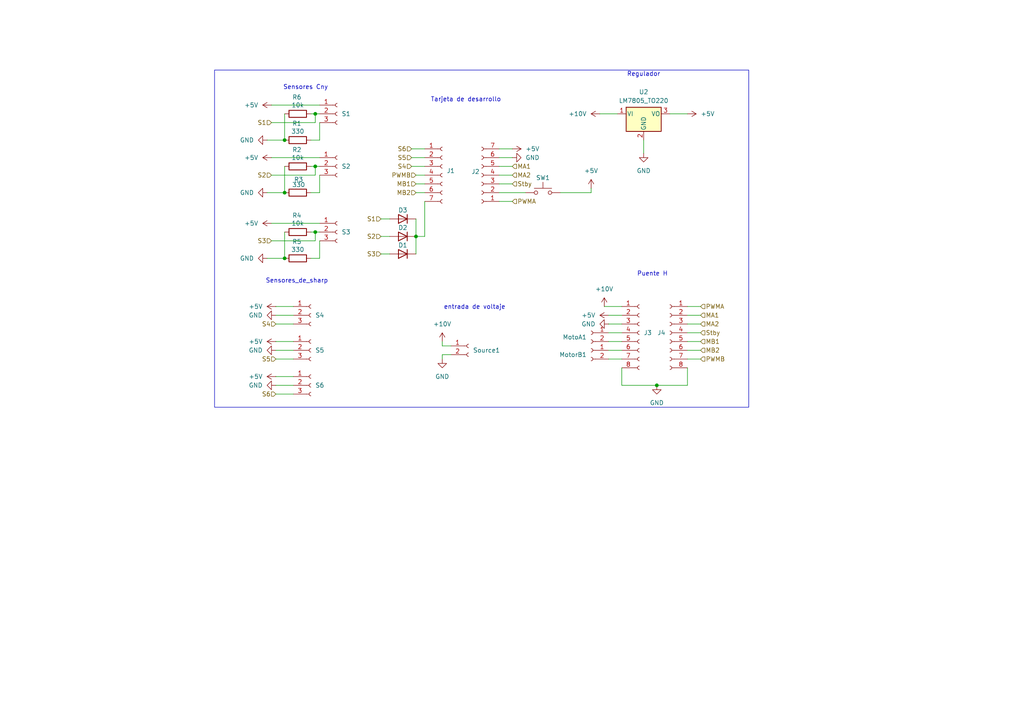
<source format=kicad_sch>
(kicad_sch (version 20250114) (generator "eeschema") (generator_version "9.0")
  (paper "A4")
  (lib_symbols
    (symbol "Connector:Conn_01x02_Socket" (pin_names (offset 1.016) (hide yes))
      (property "Reference" "J" (at 0 2.54 0))
      (property "Value" "Conn_01x02_Socket" (at 0 -5.08 0))
      (symbol "Conn_01x02_Socket_1_1"
        (polyline (pts (xy -1.27 0) (xy -0.508 0)) (stroke (width 0.1524)))
        (polyline (pts (xy -1.27 -2.54) (xy -0.508 -2.54)) (stroke (width 0.1524)))
        (arc (start 0 -0.508) (mid -0.5058 0) (end 0 0.508) (stroke (width 0.1524)))
        (arc (start 0 -3.048) (mid -0.5058 -2.54) (end 0 -2.032) (stroke (width 0.1524)))
        (pin passive line (at -5.08 0 0) (length 3.81) (name "Pin_1") (number "1"))
        (pin passive line (at -5.08 -2.54 0) (length 3.81) (name "Pin_2") (number "2"))
      )
    )
    (symbol "Connector:Conn_01x03_Socket" (pin_names (offset 1.016) (hide yes))
      (property "Reference" "J" (at 0 5.08 0))
      (property "Value" "Conn_01x03_Socket" (at 0 -5.08 0))
      (symbol "Conn_01x03_Socket_1_1"
        (polyline (pts (xy -1.27 2.54) (xy -0.508 2.54)) (stroke (width 0.1524)))
        (polyline (pts (xy -1.27 0) (xy -0.508 0)) (stroke (width 0.1524)))
        (polyline (pts (xy -1.27 -2.54) (xy -0.508 -2.54)) (stroke (width 0.1524)))
        (arc (start 0 2.032) (mid -0.5058 2.54) (end 0 3.048) (stroke (width 0.1524)))
        (arc (start 0 -0.508) (mid -0.5058 0) (end 0 0.508) (stroke (width 0.1524)))
        (arc (start 0 -3.048) (mid -0.5058 -2.54) (end 0 -2.032) (stroke (width 0.1524)))
        (pin passive line (at -5.08 2.54 0) (length 3.81) (name "Pin_1") (number "1"))
        (pin passive line (at -5.08 0 0) (length 3.81) (name "Pin_2") (number "2"))
        (pin passive line (at -5.08 -2.54 0) (length 3.81) (name "Pin_3") (number "3"))
      )
    )
    (symbol "Connector:Conn_01x07_Socket" (pin_names (offset 1.016) (hide yes))
      (property "Reference" "J" (at 0 10.16 0))
      (property "Value" "Conn_01x07_Socket" (at 0 -10.16 0))
      (symbol "Conn_01x07_Socket_1_1"
        (polyline (pts (xy -1.27 7.62) (xy -0.508 7.62)) (stroke (width 0.1524)))
        (polyline (pts (xy -1.27 5.08) (xy -0.508 5.08)) (stroke (width 0.1524)))
        (polyline (pts (xy -1.27 2.54) (xy -0.508 2.54)) (stroke (width 0.1524)))
        (polyline (pts (xy -1.27 0) (xy -0.508 0)) (stroke (width 0.1524)))
        (polyline (pts (xy -1.27 -2.54) (xy -0.508 -2.54)) (stroke (width 0.1524)))
        (polyline (pts (xy -1.27 -5.08) (xy -0.508 -5.08)) (stroke (width 0.1524)))
        (polyline (pts (xy -1.27 -7.62) (xy -0.508 -7.62)) (stroke (width 0.1524)))
        (arc (start 0 7.112) (mid -0.5058 7.62) (end 0 8.128) (stroke (width 0.1524)))
        (arc (start 0 4.572) (mid -0.5058 5.08) (end 0 5.588) (stroke (width 0.1524)))
        (arc (start 0 2.032) (mid -0.5058 2.54) (end 0 3.048) (stroke (width 0.1524)))
        (arc (start 0 -0.508) (mid -0.5058 0) (end 0 0.508) (stroke (width 0.1524)))
        (arc (start 0 -3.048) (mid -0.5058 -2.54) (end 0 -2.032) (stroke (width 0.1524)))
        (arc (start 0 -5.588) (mid -0.5058 -5.08) (end 0 -4.572) (stroke (width 0.1524)))
        (arc (start 0 -8.128) (mid -0.5058 -7.62) (end 0 -7.112) (stroke (width 0.1524)))
        (pin passive line (at -5.08 7.62 0) (length 3.81) (name "Pin_1") (number "1"))
        (pin passive line (at -5.08 5.08 0) (length 3.81) (name "Pin_2") (number "2"))
        (pin passive line (at -5.08 2.54 0) (length 3.81) (name "Pin_3") (number "3"))
        (pin passive line (at -5.08 0 0) (length 3.81) (name "Pin_4") (number "4"))
        (pin passive line (at -5.08 -2.54 0) (length 3.81) (name "Pin_5") (number "5"))
        (pin passive line (at -5.08 -5.08 0) (length 3.81) (name "Pin_6") (number "6"))
        (pin passive line (at -5.08 -7.62 0) (length 3.81) (name "Pin_7") (number "7"))
      )
    )
    (symbol "Connector:Conn_01x08_Socket" (pin_names (offset 1.016) (hide yes))
      (property "Reference" "J" (at 0 10.16 0))
      (property "Value" "Conn_01x08_Socket" (at 0 -12.7 0))
      (symbol "Conn_01x08_Socket_1_1"
        (polyline (pts (xy -1.27 7.62) (xy -0.508 7.62)) (stroke (width 0.1524)))
        (polyline (pts (xy -1.27 5.08) (xy -0.508 5.08)) (stroke (width 0.1524)))
        (polyline (pts (xy -1.27 2.54) (xy -0.508 2.54)) (stroke (width 0.1524)))
        (polyline (pts (xy -1.27 0) (xy -0.508 0)) (stroke (width 0.1524)))
        (polyline (pts (xy -1.27 -2.54) (xy -0.508 -2.54)) (stroke (width 0.1524)))
        (polyline (pts (xy -1.27 -5.08) (xy -0.508 -5.08)) (stroke (width 0.1524)))
        (polyline (pts (xy -1.27 -7.62) (xy -0.508 -7.62)) (stroke (width 0.1524)))
        (polyline (pts (xy -1.27 -10.16) (xy -0.508 -10.16)) (stroke (width 0.1524)))
        (arc (start 0 7.112) (mid -0.5058 7.62) (end 0 8.128) (stroke (width 0.1524)))
        (arc (start 0 4.572) (mid -0.5058 5.08) (end 0 5.588) (stroke (width 0.1524)))
        (arc (start 0 2.032) (mid -0.5058 2.54) (end 0 3.048) (stroke (width 0.1524)))
        (arc (start 0 -0.508) (mid -0.5058 0) (end 0 0.508) (stroke (width 0.1524)))
        (arc (start 0 -3.048) (mid -0.5058 -2.54) (end 0 -2.032) (stroke (width 0.1524)))
        (arc (start 0 -5.588) (mid -0.5058 -5.08) (end 0 -4.572) (stroke (width 0.1524)))
        (arc (start 0 -8.128) (mid -0.5058 -7.62) (end 0 -7.112) (stroke (width 0.1524)))
        (arc (start 0 -10.668) (mid -0.5058 -10.16) (end 0 -9.652) (stroke (width 0.1524)))
        (pin passive line (at -5.08 7.62 0) (length 3.81) (name "Pin_1") (number "1"))
        (pin passive line (at -5.08 5.08 0) (length 3.81) (name "Pin_2") (number "2"))
        (pin passive line (at -5.08 2.54 0) (length 3.81) (name "Pin_3") (number "3"))
        (pin passive line (at -5.08 0 0) (length 3.81) (name "Pin_4") (number "4"))
        (pin passive line (at -5.08 -2.54 0) (length 3.81) (name "Pin_5") (number "5"))
        (pin passive line (at -5.08 -5.08 0) (length 3.81) (name "Pin_6") (number "6"))
        (pin passive line (at -5.08 -7.62 0) (length 3.81) (name "Pin_7") (number "7"))
        (pin passive line (at -5.08 -10.16 0) (length 3.81) (name "Pin_8") (number "8"))
      )
    )
    (symbol "Device:R" (pin_numbers (hide yes)) (pin_names (offset 0))
      (property "Reference" "R" (at 2.032 0 90))
      (property "Value" "R" (at 0 0 90))
      (symbol "R_0_1"
        (rectangle (start -1.016 -2.54) (end 1.016 2.54) (stroke (width 0.254)))
      )
      (symbol "R_1_1"
        (pin passive line (at 0 3.81 270) (length 1.27) (name "~") (number "1"))
        (pin passive line (at 0 -3.81 90) (length 1.27) (name "~") (number "2"))
      )
    )
    (symbol "Diode:1N4001" (pin_numbers (hide yes)) (pin_names (hide yes))
      (property "Reference" "D" (at 0 2.54 0))
      (property "Value" "1N4001" (at 0 -2.54 0))
      (symbol "1N4001_0_1"
        (polyline (pts (xy -1.27 1.27) (xy -1.27 -1.27)) (stroke (width 0.254)))
        (polyline (pts (xy 1.27 1.27) (xy 1.27 -1.27) (xy -1.27 0) (xy 1.27 1.27)) (stroke (width 0.254)))
        (polyline (pts (xy 1.27 0) (xy -1.27 0)))
      )
      (symbol "1N4001_1_1"
        (pin passive line (at -3.81 0 0) (length 2.54) (name "K") (number "1"))
        (pin passive line (at 3.81 0 180) (length 2.54) (name "A") (number "2"))
      )
    )
    (symbol "Regulator_Linear:LM7805_TO220" (pin_names (offset 0.254))
      (property "Reference" "U" (at -3.81 3.175 0))
      (property "Value" "LM7805_TO220" (at 0 3.175 0))
      (symbol "LM7805_TO220_0_1"
        (rectangle (start -5.08 1.905) (end 5.08 -5.08) (stroke (width 0.254)) (fill (type background)))
      )
      (symbol "LM7805_TO220_1_1"
        (pin power_in line (at -7.62 0 0) (length 2.54) (name "VI") (number "1"))
        (pin power_in line (at 0 -7.62 90) (length 2.54) (name "GND") (number "2"))
        (pin power_out line (at 7.62 0 180) (length 2.54) (name "VO") (number "3"))
      )
    )
    (symbol "Switch:SW_Push" (pin_numbers (hide yes)) (pin_names (offset 1.016) (hide yes))
      (property "Reference" "SW" (at 1.27 2.54 0))
      (property "Value" "SW_Push" (at 0 -1.524 0))
      (symbol "SW_Push_0_1"
        (circle (center -2.032 0) (radius 0.508))
        (polyline (pts (xy 0 1.27) (xy 0 3.048)))
        (circle (center 2.032 0) (radius 0.508))
        (polyline (pts (xy 2.54 1.27) (xy -2.54 1.27)))
        (pin passive line (at -5.08 0 0) (length 2.54) (name "1") (number "1"))
        (pin passive line (at 5.08 0 180) (length 2.54) (name "2") (number "2"))
      )
    )
    (symbol "power:+10V" (power) (pin_numbers (hide yes)) (pin_names (offset 0) (hide yes))
      (property "Value" "+10V" (at 0 3.556 0))
      (symbol "+10V_0_1"
        (polyline (pts (xy -0.762 1.27) (xy 0 2.54)))
        (polyline (pts (xy 0 2.54) (xy 0.762 1.27)))
        (polyline (pts (xy 0 0) (xy 0 2.54)))
      )
      (symbol "+10V_1_1"
        (pin power_in line (at 0 0 90) (length 0) (name "~") (number "1"))
      )
    )
    (symbol "power:+5V" (power) (pin_numbers (hide yes)) (pin_names (offset 0) (hide yes))
      (property "Value" "+5V" (at 0 3.556 0))
      (symbol "+5V_0_1"
        (polyline (pts (xy -0.762 1.27) (xy 0 2.54)))
        (polyline (pts (xy 0 2.54) (xy 0.762 1.27)))
        (polyline (pts (xy 0 0) (xy 0 2.54)))
      )
      (symbol "+5V_1_1"
        (pin power_in line (at 0 0 90) (length 0) (name "~") (number "1"))
      )
    )
    (symbol "power:GND" (power) (pin_numbers (hide yes)) (pin_names (offset 0) (hide yes))
      (property "Value" "GND" (at 0 -3.81 0))
      (symbol "GND_0_1"
        (polyline (pts (xy 0 0) (xy 0 -1.27) (xy 1.27 -1.27) (xy 0 -2.54) (xy -1.27 -1.27) (xy 0 -1.27)))
      )
      (symbol "GND_1_1"
        (pin power_in line (at 0 0 270) (length 0) (name "~") (number "1"))
      )
    )
  )
  (rectangle (start 62.23 20.32) (end 217.17 118.11))
  (text "Sensores_de_sharp\n" (at 86.106 81.534 0) (effects (font (size 1.27 1.27))))
  (text "Regulador\n" (at 186.69 21.59 0) (effects (font (size 1.27 1.27))))
  (text "Sensores Cny\n" (at 88.646 25.4 0) (effects (font (size 1.27 1.27))))
  (text "Puente H" (at 189.23 79.502 0) (effects (font (size 1.27 1.27))))
  (text "Tarjeta de desarrollo" (at 135.128 28.956 0) (effects (font (size 1.27 1.27))))
  (text "entrada de voltaje\n" (at 137.668 89.154 0) (effects (font (size 1.27 1.27))))
  (junction (at 91.44 48.26))
  (junction (at 91.44 67.31))
  (junction (at 82.55 40.64))
  (junction (at 82.55 74.93))
  (junction (at 120.65 68.58))
  (junction (at 190.5 111.76))
  (junction (at 91.44 33.02))
  (junction (at 82.55 55.88))
  (wire (pts (xy 130.81 102.87) (xy 128.27 102.87)))
  (wire (pts (xy 92.71 55.88) (xy 90.17 55.88)))
  (wire (pts (xy 77.47 74.93) (xy 82.55 74.93)))
  (wire (pts (xy 120.65 68.58) (xy 120.65 73.66)))
  (wire (pts (xy 77.47 55.88) (xy 82.55 55.88)))
  (wire (pts (xy 90.17 48.26) (xy 91.44 48.26)))
  (wire (pts (xy 78.74 69.85) (xy 91.44 69.85)))
  (wire (pts (xy 80.01 99.06) (xy 85.09 99.06)))
  (wire (pts (xy 119.38 45.72) (xy 123.19 45.72)))
  (wire (pts (xy 199.39 106.68) (xy 199.39 111.76)))
  (wire (pts (xy 91.44 33.02) (xy 92.71 33.02)))
  (wire (pts (xy 78.74 35.56) (xy 91.44 35.56)))
  (wire (pts (xy 119.38 43.18) (xy 123.19 43.18)))
  (wire (pts (xy 128.27 100.33) (xy 128.27 99.06)))
  (wire (pts (xy 92.71 50.8) (xy 92.71 55.88)))
  (wire (pts (xy 186.69 40.64) (xy 186.69 44.45)))
  (wire (pts (xy 82.55 33.02) (xy 82.55 40.64)))
  (wire (pts (xy 199.39 91.44) (xy 203.2 91.44)))
  (wire (pts (xy 173.99 33.02) (xy 179.07 33.02)))
  (wire (pts (xy 78.74 50.8) (xy 91.44 50.8)))
  (wire (pts (xy 190.5 111.76) (xy 180.34 111.76)))
  (wire (pts (xy 80.01 93.98) (xy 85.09 93.98)))
  (wire (pts (xy 110.49 63.5) (xy 113.03 63.5)))
  (wire (pts (xy 120.65 63.5) (xy 120.65 68.58)))
  (wire (pts (xy 119.38 48.26) (xy 123.19 48.26)))
  (wire (pts (xy 199.39 96.52) (xy 203.2 96.52)))
  (wire (pts (xy 78.74 64.77) (xy 92.71 64.77)))
  (wire (pts (xy 144.78 55.88) (xy 152.4 55.88)))
  (wire (pts (xy 144.78 45.72) (xy 148.59 45.72)))
  (wire (pts (xy 80.01 88.9) (xy 85.09 88.9)))
  (wire (pts (xy 80.01 91.44) (xy 85.09 91.44)))
  (wire (pts (xy 120.65 55.88) (xy 123.19 55.88)))
  (wire (pts (xy 90.17 33.02) (xy 91.44 33.02)))
  (wire (pts (xy 199.39 88.9) (xy 203.2 88.9)))
  (wire (pts (xy 120.65 50.8) (xy 123.19 50.8)))
  (wire (pts (xy 176.53 99.06) (xy 180.34 99.06)))
  (wire (pts (xy 110.49 68.58) (xy 113.03 68.58)))
  (wire (pts (xy 199.39 111.76) (xy 190.5 111.76)))
  (wire (pts (xy 144.78 48.26) (xy 148.59 48.26)))
  (wire (pts (xy 120.65 53.34) (xy 123.19 53.34)))
  (wire (pts (xy 144.78 58.42) (xy 148.59 58.42)))
  (wire (pts (xy 80.01 114.3) (xy 85.09 114.3)))
  (wire (pts (xy 78.74 30.48) (xy 92.71 30.48)))
  (wire (pts (xy 128.27 102.87) (xy 128.27 104.14)))
  (wire (pts (xy 80.01 109.22) (xy 85.09 109.22)))
  (wire (pts (xy 110.49 73.66) (xy 113.03 73.66)))
  (wire (pts (xy 175.26 88.9) (xy 180.34 88.9)))
  (wire (pts (xy 144.78 53.34) (xy 148.59 53.34)))
  (wire (pts (xy 176.53 96.52) (xy 180.34 96.52)))
  (wire (pts (xy 82.55 67.31) (xy 82.55 74.93)))
  (wire (pts (xy 92.71 40.64) (xy 90.17 40.64)))
  (wire (pts (xy 91.44 69.85) (xy 91.44 67.31)))
  (wire (pts (xy 90.17 67.31) (xy 91.44 67.31)))
  (wire (pts (xy 199.39 93.98) (xy 203.2 93.98)))
  (wire (pts (xy 92.71 74.93) (xy 90.17 74.93)))
  (wire (pts (xy 80.01 104.14) (xy 85.09 104.14)))
  (wire (pts (xy 199.39 101.6) (xy 203.2 101.6)))
  (wire (pts (xy 162.56 55.88) (xy 171.45 55.88)))
  (wire (pts (xy 180.34 111.76) (xy 180.34 106.68)))
  (wire (pts (xy 171.45 55.88) (xy 171.45 54.61)))
  (wire (pts (xy 92.71 35.56) (xy 92.71 40.64)))
  (wire (pts (xy 123.19 68.58) (xy 120.65 68.58)))
  (wire (pts (xy 144.78 43.18) (xy 148.59 43.18)))
  (wire (pts (xy 144.78 50.8) (xy 148.59 50.8)))
  (wire (pts (xy 176.53 101.6) (xy 180.34 101.6)))
  (wire (pts (xy 91.44 67.31) (xy 92.71 67.31)))
  (wire (pts (xy 80.01 101.6) (xy 85.09 101.6)))
  (wire (pts (xy 199.39 99.06) (xy 203.2 99.06)))
  (wire (pts (xy 92.71 69.85) (xy 92.71 74.93)))
  (wire (pts (xy 130.81 100.33) (xy 128.27 100.33)))
  (wire (pts (xy 91.44 50.8) (xy 91.44 48.26)))
  (wire (pts (xy 78.74 45.72) (xy 92.71 45.72)))
  (wire (pts (xy 176.53 104.14) (xy 180.34 104.14)))
  (wire (pts (xy 123.19 58.42) (xy 123.19 68.58)))
  (wire (pts (xy 91.44 48.26) (xy 92.71 48.26)))
  (wire (pts (xy 176.53 91.44) (xy 180.34 91.44)))
  (wire (pts (xy 199.39 104.14) (xy 203.2 104.14)))
  (wire (pts (xy 82.55 48.26) (xy 82.55 55.88)))
  (wire (pts (xy 77.47 40.64) (xy 82.55 40.64)))
  (wire (pts (xy 194.31 33.02) (xy 199.39 33.02)))
  (wire (pts (xy 91.44 35.56) (xy 91.44 33.02)))
  (wire (pts (xy 176.53 93.98) (xy 180.34 93.98)))
  (wire (pts (xy 80.01 111.76) (xy 85.09 111.76)))
  (hierarchical_label "MB2" (shape input) (at 120.65 55.88 180))
  (hierarchical_label "MA1" (shape input) (at 148.59 48.26 0))
  (hierarchical_label "S3" (shape input) (at 78.74 69.85 180))
  (hierarchical_label "MB1" (shape input) (at 203.2 99.06 0))
  (hierarchical_label "S4" (shape input) (at 119.38 48.26 180))
  (hierarchical_label "S5" (shape input) (at 119.38 45.72 180))
  (hierarchical_label "PWMB" (shape input) (at 203.2 104.14 0))
  (hierarchical_label "MA2" (shape input) (at 148.59 50.8 0))
  (hierarchical_label "MA2" (shape input) (at 203.2 93.98 0))
  (hierarchical_label "MB2" (shape input) (at 203.2 101.6 0))
  (hierarchical_label "S2" (shape input) (at 110.49 68.58 180))
  (hierarchical_label "MB1" (shape input) (at 120.65 53.34 180))
  (hierarchical_label "S5" (shape input) (at 80.01 104.14 180))
  (hierarchical_label "S6" (shape input) (at 80.01 114.3 180))
  (hierarchical_label "S1" (shape input) (at 110.49 63.5 180))
  (hierarchical_label "S1" (shape input) (at 78.74 35.56 180))
  (hierarchical_label "Stby" (shape input) (at 148.59 53.34 0))
  (hierarchical_label "PWMB" (shape input) (at 120.65 50.8 180))
  (hierarchical_label "S2" (shape input) (at 78.74 50.8 180))
  (hierarchical_label "S4" (shape input) (at 80.01 93.98 180))
  (hierarchical_label "PWMA" (shape input) (at 148.59 58.42 0))
  (hierarchical_label "MA1" (shape input) (at 203.2 91.44 0))
  (hierarchical_label "Stby" (shape input) (at 203.2 96.52 0))
  (hierarchical_label "PWMA" (shape input) (at 203.2 88.9 0))
  (hierarchical_label "S6" (shape input) (at 119.38 43.18 180))
  (hierarchical_label "S3" (shape input) (at 110.49 73.66 180))
  (symbol (lib_id "power:+5V") (at 78.74 64.77 90) (unit 1)
    (property "Reference" "#PWR015" (effects (hide yes)))
    (property "Value" "+5V" (at 74.93 64.7699 90) (effects (justify left)))
    (property "Description" "Power symbol creates a global label with name \"+5V\"" (effects (hide yes)))
  )
  (symbol (lib_id "Connector:Conn_01x08_Socket") (at 185.42 96.52 0) (unit 1)
    (property "Reference" "J3" (at 186.69 96.5199 0) (effects (justify left)))
    (property "Value" "Conn_01x08_Socket" (effects (hide yes)))
    (property "Footprint" "Connector_PinSocket_2.54mm:PinSocket_1x08_P2.54mm_Vertical" (effects (hide yes)))
    (property "Description" "Generic connector, single row, 01x08, script generated" (effects (hide yes)))
  )
  (symbol (lib_id "Connector:Conn_01x07_Socket") (at 139.7 50.8 180) (unit 1)
    (property "Reference" "J2" (at 137.922 49.784 0))
    (property "Value" "Conn_01x07_Socket" (effects (hide yes)))
    (property "Footprint" "Connector_PinSocket_2.54mm:PinSocket_1x07_P2.54mm_Vertical" (effects (hide yes)))
    (property "Description" "Generic connector, single row, 01x07, script generated" (effects (hide yes)))
  )
  (symbol (lib_id "power:+10V") (at 175.26 88.9 0) (unit 1)
    (property "Reference" "#PWR01" (effects (hide yes)))
    (property "Value" "+10V" (at 175.26 83.82 0))
    (property "Description" "Power symbol creates a global label with name \"+10V\"" (effects (hide yes)))
  )
  (symbol (lib_id "power:GND") (at 148.59 45.72 90) (unit 1)
    (property "Reference" "#PWR019" (effects (hide yes)))
    (property "Value" "GND" (at 152.4 45.7199 90) (effects (justify right)))
    (property "Description" "Power symbol creates a global label with name \"GND\" , ground" (effects (hide yes)))
  )
  (symbol (lib_id "Device:R") (at 86.36 33.02 90) (unit 1)
    (property "Reference" "R6" (at 86.106 28.194 90))
    (property "Value" "10k" (at 86.36 30.48 90))
    (property "Footprint" "Resistor_SMD:R_0805_2012Metric_Pad1.20x1.40mm_HandSolder" (effects (hide yes)))
    (property "Description" "Resistor" (effects (hide yes)))
  )
  (symbol (lib_id "power:+5V") (at 148.59 43.18 270) (unit 1)
    (property "Reference" "#PWR020" (effects (hide yes)))
    (property "Value" "+5V" (at 152.4 43.1799 90) (effects (justify left)))
    (property "Description" "Power symbol creates a global label with name \"+5V\"" (effects (hide yes)))
  )
  (symbol (lib_id "Connector:Conn_01x03_Socket") (at 97.79 33.02 0) (unit 1)
    (property "Reference" "S1" (at 99.06 33.0199 0) (effects (justify left)))
    (property "Value" "Conn_01x03_Socket" (effects (hide yes)))
    (property "Footprint" "Connector_JST:JST_XH_B3B-XH-A_1x03_P2.50mm_Vertical" (effects (hide yes)))
    (property "Description" "Generic connector, single row, 01x03, script generated" (effects (hide yes)))
  )
  (symbol (lib_id "power:GND") (at 128.27 104.14 0) (unit 1)
    (property "Reference" "#PWR011" (effects (hide yes)))
    (property "Value" "GND" (at 128.27 109.22 0))
    (property "Description" "Power symbol creates a global label with name \"GND\" , ground" (effects (hide yes)))
  )
  (symbol (lib_id "Connector:Conn_01x02_Socket") (at 135.89 100.33 0) (unit 1)
    (property "Reference" "Source1" (at 137.16 101.5999 0) (effects (justify left)))
    (property "Value" "Conn_01x02_Socket" (effects (hide yes)))
    (property "Footprint" "Connector_JST:JST_XH_B2B-XH-A_1x02_P2.50mm_Vertical" (effects (hide yes)))
    (property "Description" "Generic connector, single row, 01x02, script generated" (effects (hide yes)))
  )
  (symbol (lib_id "Switch:SW_Push") (at 157.48 55.88 0) (mirror y) (unit 1)
    (property "Reference" "SW1" (at 157.48 51.562 0))
    (property "Value" "SW_Push" (effects (hide yes)))
    (property "Footprint" "Button_Switch_THT:SW_PUSH_1P1T_6x3.5mm_H5.0_APEM_MJTP1250" (effects (hide yes)))
    (property "Description" "Push button switch, generic, two pins" (effects (hide yes)))
  )
  (symbol (lib_id "power:+5V") (at 78.74 30.48 90) (unit 1)
    (property "Reference" "#PWR013" (effects (hide yes)))
    (property "Value" "+5V" (at 74.93 30.4799 90) (effects (justify left)))
    (property "Description" "Power symbol creates a global label with name \"+5V\"" (effects (hide yes)))
  )
  (symbol (lib_id "Diode:1N4001") (at 116.84 73.66 180) (unit 1)
    (property "Reference" "D1" (at 116.84 71.12 0))
    (property "Value" "1N4001" (effects (hide yes)))
    (property "Footprint" "Diode_THT:D_DO-41_SOD81_P5.08mm_Vertical_KathodeUp" (effects (hide yes)))
    (property "Datasheet" "http://www.vishay.com/docs/88503/1n4001.pdf" (effects (hide yes)))
    (property "Description" "50V 1A General Purpose Rectifier Diode, DO-41" (effects (hide yes)))
    (property "Sim.Device" "D" (effects (hide yes)))
    (property "Sim.Pins" "1=K 2=A" (effects (hide yes)))
  )
  (symbol (lib_id "power:+5V") (at 171.45 54.61 0) (mirror y) (unit 1)
    (property "Reference" "#PWR021" (effects (hide yes)))
    (property "Value" "+5V" (at 171.45 49.53 0))
    (property "Description" "Power symbol creates a global label with name \"+5V\"" (effects (hide yes)))
  )
  (symbol (lib_id "power:GND") (at 186.69 44.45 0) (unit 1)
    (property "Reference" "#PWR08" (effects (hide yes)))
    (property "Value" "GND" (at 186.69 49.53 0))
    (property "Description" "Power symbol creates a global label with name \"GND\" , ground" (effects (hide yes)))
  )
  (symbol (lib_id "Connector:Conn_01x03_Socket") (at 90.17 101.6 0) (unit 1)
    (property "Reference" "S5" (at 91.44 101.5999 0) (effects (justify left)))
    (property "Value" "Conn_01x03_Socket" (effects (hide yes)))
    (property "Footprint" "Connector_JST:JST_XH_B3B-XH-A_1x03_P2.50mm_Vertical" (effects (hide yes)))
    (property "Description" "Generic connector, single row, 01x03, script generated" (effects (hide yes)))
  )
  (symbol (lib_id "power:+5V") (at 80.01 88.9 90) (unit 1)
    (property "Reference" "#PWR016" (effects (hide yes)))
    (property "Value" "+5V" (at 76.2 88.8999 90) (effects (justify left)))
    (property "Description" "Power symbol creates a global label with name \"+5V\"" (effects (hide yes)))
  )
  (symbol (lib_id "Device:R") (at 86.36 40.64 90) (unit 1)
    (property "Reference" "R1" (at 86.106 35.814 90))
    (property "Value" "330" (at 86.36 38.1 90))
    (property "Footprint" "Resistor_SMD:R_0805_2012Metric_Pad1.20x1.40mm_HandSolder" (effects (hide yes)))
    (property "Description" "Resistor" (effects (hide yes)))
  )
  (symbol (lib_id "power:GND") (at 77.47 74.93 270) (unit 1)
    (property "Reference" "#PWR07" (effects (hide yes)))
    (property "Value" "GND" (at 73.66 74.9299 90) (effects (justify right)))
    (property "Description" "Power symbol creates a global label with name \"GND\" , ground" (effects (hide yes)))
  )
  (symbol (lib_id "power:+5V") (at 199.39 33.02 270) (unit 1)
    (property "Reference" "#PWR012" (effects (hide yes)))
    (property "Value" "+5V" (at 203.2 33.0199 90) (effects (justify left)))
    (property "Description" "Power symbol creates a global label with name \"+5V\"" (effects (hide yes)))
  )
  (symbol (lib_id "power:+5V") (at 78.74 45.72 90) (unit 1)
    (property "Reference" "#PWR06" (effects (hide yes)))
    (property "Value" "+5V" (at 74.93 45.7199 90) (effects (justify left)))
    (property "Description" "Power symbol creates a global label with name \"+5V\"" (effects (hide yes)))
  )
  (symbol (lib_id "power:+5V") (at 176.53 91.44 90) (unit 1)
    (property "Reference" "#PWR04" (effects (hide yes)))
    (property "Value" "+5V" (at 172.72 91.4399 90) (effects (justify left)))
    (property "Description" "Power symbol creates a global label with name \"+5V\"" (effects (hide yes)))
  )
  (symbol (lib_id "power:+10V") (at 173.99 33.02 90) (unit 1)
    (property "Reference" "#PWR09" (effects (hide yes)))
    (property "Value" "+10V" (at 170.18 33.0199 90) (effects (justify left)))
    (property "Description" "Power symbol creates a global label with name \"+10V\"" (effects (hide yes)))
  )
  (symbol (lib_id "power:GND") (at 77.47 55.88 270) (unit 1)
    (property "Reference" "#PWR05" (effects (hide yes)))
    (property "Value" "GND" (at 73.66 55.8799 90) (effects (justify right)))
    (property "Description" "Power symbol creates a global label with name \"GND\" , ground" (effects (hide yes)))
  )
  (symbol (lib_id "power:GND") (at 176.53 93.98 270) (unit 1)
    (property "Reference" "#PWR02" (effects (hide yes)))
    (property "Value" "GND" (at 172.72 93.9799 90) (effects (justify right)))
    (property "Description" "Power symbol creates a global label with name \"GND\" , ground" (effects (hide yes)))
  )
  (symbol (lib_id "Connector:Conn_01x03_Socket") (at 90.17 91.44 0) (unit 1)
    (property "Reference" "S4" (at 91.44 91.4399 0) (effects (justify left)))
    (property "Value" "Conn_01x03_Socket" (effects (hide yes)))
    (property "Footprint" "Connector_JST:JST_XH_B3B-XH-A_1x03_P2.50mm_Vertical" (effects (hide yes)))
    (property "Description" "Generic connector, single row, 01x03, script generated" (effects (hide yes)))
  )
  (symbol (lib_id "power:GND") (at 190.5 111.76 0) (unit 1)
    (property "Reference" "#PWR03" (effects (hide yes)))
    (property "Value" "GND" (at 190.5 116.84 0))
    (property "Description" "Power symbol creates a global label with name \"GND\" , ground" (effects (hide yes)))
  )
  (symbol (lib_id "power:+5V") (at 80.01 99.06 90) (unit 1)
    (property "Reference" "#PWR018" (effects (hide yes)))
    (property "Value" "+5V" (at 76.2 99.0599 90) (effects (justify left)))
    (property "Description" "Power symbol creates a global label with name \"+5V\"" (effects (hide yes)))
  )
  (symbol (lib_id "power:GND") (at 80.01 111.76 270) (unit 1)
    (property "Reference" "#PWR024" (effects (hide yes)))
    (property "Value" "GND" (at 76.2 111.7599 90) (effects (justify right)))
    (property "Description" "Power symbol creates a global label with name \"GND\" , ground" (effects (hide yes)))
  )
  (symbol (lib_id "power:GND") (at 80.01 101.6 270) (unit 1)
    (property "Reference" "#PWR022" (effects (hide yes)))
    (property "Value" "GND" (at 76.2 101.5999 90) (effects (justify right)))
    (property "Description" "Power symbol creates a global label with name \"GND\" , ground" (effects (hide yes)))
  )
  (symbol (lib_id "power:GND") (at 80.01 91.44 270) (unit 1)
    (property "Reference" "#PWR017" (effects (hide yes)))
    (property "Value" "GND" (at 76.2 91.4399 90) (effects (justify right)))
    (property "Description" "Power symbol creates a global label with name \"GND\" , ground" (effects (hide yes)))
  )
  (symbol (lib_id "Device:R") (at 86.36 48.26 90) (unit 1)
    (property "Reference" "R2" (at 86.106 43.434 90))
    (property "Value" "10k" (at 86.36 45.72 90))
    (property "Footprint" "Resistor_SMD:R_0805_2012Metric_Pad1.20x1.40mm_HandSolder" (effects (hide yes)))
    (property "Description" "Resistor" (effects (hide yes)))
  )
  (symbol (lib_id "Diode:1N4001") (at 116.84 63.5 180) (unit 1)
    (property "Reference" "D3" (at 116.84 60.96 0))
    (property "Value" "1N4001" (effects (hide yes)))
    (property "Footprint" "Diode_THT:D_DO-41_SOD81_P5.08mm_Vertical_KathodeUp" (effects (hide yes)))
    (property "Datasheet" "http://www.vishay.com/docs/88503/1n4001.pdf" (effects (hide yes)))
    (property "Description" "50V 1A General Purpose Rectifier Diode, DO-41" (effects (hide yes)))
    (property "Sim.Device" "D" (effects (hide yes)))
    (property "Sim.Pins" "1=K 2=A" (effects (hide yes)))
  )
  (symbol (lib_id "power:GND") (at 77.47 40.64 270) (unit 1)
    (property "Reference" "#PWR014" (effects (hide yes)))
    (property "Value" "GND" (at 73.66 40.6399 90) (effects (justify right)))
    (property "Description" "Power symbol creates a global label with name \"GND\" , ground" (effects (hide yes)))
  )
  (symbol (lib_id "Device:R") (at 86.36 74.93 90) (unit 1)
    (property "Reference" "R5" (at 86.106 70.104 90))
    (property "Value" "330" (at 86.36 72.39 90))
    (property "Footprint" "Resistor_SMD:R_0805_2012Metric_Pad1.20x1.40mm_HandSolder" (effects (hide yes)))
    (property "Description" "Resistor" (effects (hide yes)))
  )
  (symbol (lib_id "Connector:Conn_01x03_Socket") (at 97.79 48.26 0) (unit 1)
    (property "Reference" "S2" (at 99.06 48.2599 0) (effects (justify left)))
    (property "Value" "Conn_01x03_Socket" (effects (hide yes)))
    (property "Footprint" "Connector_JST:JST_XH_B3B-XH-A_1x03_P2.50mm_Vertical" (effects (hide yes)))
    (property "Description" "Generic connector, single row, 01x03, script generated" (effects (hide yes)))
  )
  (symbol (lib_id "Connector:Conn_01x07_Socket") (at 128.27 50.8 0) (unit 1)
    (property "Reference" "J1" (at 129.54 49.5299 0) (effects (justify left)))
    (property "Value" "Conn_01x07_Socket" (effects (hide yes)))
    (property "Footprint" "Connector_PinSocket_2.54mm:PinSocket_1x07_P2.54mm_Vertical" (effects (hide yes)))
    (property "Description" "Generic connector, single row, 01x07, script generated" (effects (hide yes)))
  )
  (symbol (lib_id "Device:R") (at 86.36 55.88 90) (unit 1)
    (property "Reference" "R3" (at 86.614 52.07 90))
    (property "Value" "330" (at 86.614 53.594 90))
    (property "Footprint" "Resistor_SMD:R_0805_2012Metric_Pad1.20x1.40mm_HandSolder" (effects (hide yes)))
    (property "Description" "Resistor" (effects (hide yes)))
  )
  (symbol (lib_id "Connector:Conn_01x03_Socket") (at 90.17 111.76 0) (unit 1)
    (property "Reference" "S6" (at 91.44 111.7599 0) (effects (justify left)))
    (property "Value" "Conn_01x03_Socket" (effects (hide yes)))
    (property "Footprint" "Connector_JST:JST_XH_B3B-XH-A_1x03_P2.50mm_Vertical" (effects (hide yes)))
    (property "Description" "Generic connector, single row, 01x03, script generated" (effects (hide yes)))
  )
  (symbol (lib_id "Connector:Conn_01x08_Socket") (at 194.31 96.52 0) (mirror y) (unit 1)
    (property "Reference" "J4" (at 193.04 96.5199 0) (effects (justify left)))
    (property "Value" "Conn_01x08_Socket" (effects (hide yes)))
    (property "Footprint" "Connector_PinSocket_2.54mm:PinSocket_1x08_P2.54mm_Vertical" (effects (hide yes)))
    (property "Description" "Generic connector, single row, 01x08, script generated" (effects (hide yes)))
  )
  (symbol (lib_id "Connector:Conn_01x02_Socket") (at 171.45 101.6 0) (mirror y) (unit 1)
    (property "Reference" "MotorB1" (at 170.18 102.8699 0) (effects (justify left)))
    (property "Value" "Conn_01x02_Socket" (effects (hide yes)))
    (property "Footprint" "Connector_JST:JST_XH_S2B-XH-A-1_1x02_P2.50mm_Horizontal" (effects (hide yes)))
    (property "Description" "Generic connector, single row, 01x02, script generated" (effects (hide yes)))
  )
  (symbol (lib_id "Connector:Conn_01x03_Socket") (at 97.79 67.31 0) (unit 1)
    (property "Reference" "S3" (at 99.06 67.3099 0) (effects (justify left)))
    (property "Value" "Conn_01x03_Socket" (effects (hide yes)))
    (property "Footprint" "Connector_JST:JST_XH_B3B-XH-A_1x03_P2.50mm_Vertical" (effects (hide yes)))
    (property "Description" "Generic connector, single row, 01x03, script generated" (effects (hide yes)))
  )
  (symbol (lib_id "power:+10V") (at 128.27 99.06 0) (unit 1)
    (property "Reference" "#PWR010" (effects (hide yes)))
    (property "Value" "+10V" (at 128.27 93.98 0))
    (property "Description" "Power symbol creates a global label with name \"+10V\"" (effects (hide yes)))
  )
  (symbol (lib_id "Device:R") (at 86.36 67.31 90) (unit 1)
    (property "Reference" "R4" (at 86.106 62.484 90))
    (property "Value" "10k" (at 86.36 64.77 90))
    (property "Footprint" "Resistor_SMD:R_0805_2012Metric_Pad1.20x1.40mm_HandSolder" (effects (hide yes)))
    (property "Description" "Resistor" (effects (hide yes)))
  )
  (symbol (lib_id "Regulator_Linear:LM7805_TO220") (at 186.69 33.02 0) (unit 1)
    (property "Reference" "U2" (at 186.69 26.67 0))
    (property "Value" "LM7805_TO220" (at 186.69 29.21 0))
    (property "Footprint" "Package_TO_SOT_THT:TO-220-3_Vertical" (effects (hide yes)))
    (property "Datasheet" "https://www.onsemi.cn/PowerSolutions/document/MC7800-D.PDF" (effects (hide yes)))
    (property "Description" "Positive 1A 35V Linear Regulator, Fixed Output 5V, TO-220" (effects (hide yes)))
  )
  (symbol (lib_id "Connector:Conn_01x02_Socket") (at 171.45 96.52 0) (mirror y) (unit 1)
    (property "Reference" "MotoA1" (at 170.18 97.7899 0) (effects (justify left)))
    (property "Value" "Conn_01x02_Socket" (effects (hide yes)))
    (property "Footprint" "Connector_JST:JST_XH_S2B-XH-A-1_1x02_P2.50mm_Horizontal" (effects (hide yes)))
    (property "Description" "Generic connector, single row, 01x02, script generated" (effects (hide yes)))
  )
  (symbol (lib_id "Diode:1N4001") (at 116.84 68.58 180) (unit 1)
    (property "Reference" "D2" (at 116.84 66.04 0))
    (property "Value" "1N4001" (effects (hide yes)))
    (property "Footprint" "Diode_THT:D_DO-41_SOD81_P5.08mm_Vertical_KathodeUp" (effects (hide yes)))
    (property "Datasheet" "http://www.vishay.com/docs/88503/1n4001.pdf" (effects (hide yes)))
    (property "Description" "50V 1A General Purpose Rectifier Diode, DO-41" (effects (hide yes)))
    (property "Sim.Device" "D" (effects (hide yes)))
    (property "Sim.Pins" "1=K 2=A" (effects (hide yes)))
  )
  (symbol (lib_id "power:+5V") (at 80.01 109.22 90) (unit 1)
    (property "Reference" "#PWR023" (effects (hide yes)))
    (property "Value" "+5V" (at 76.2 109.2199 90) (effects (justify left)))
    (property "Description" "Power symbol creates a global label with name \"+5V\"" (effects (hide yes)))
  )
)
</source>
